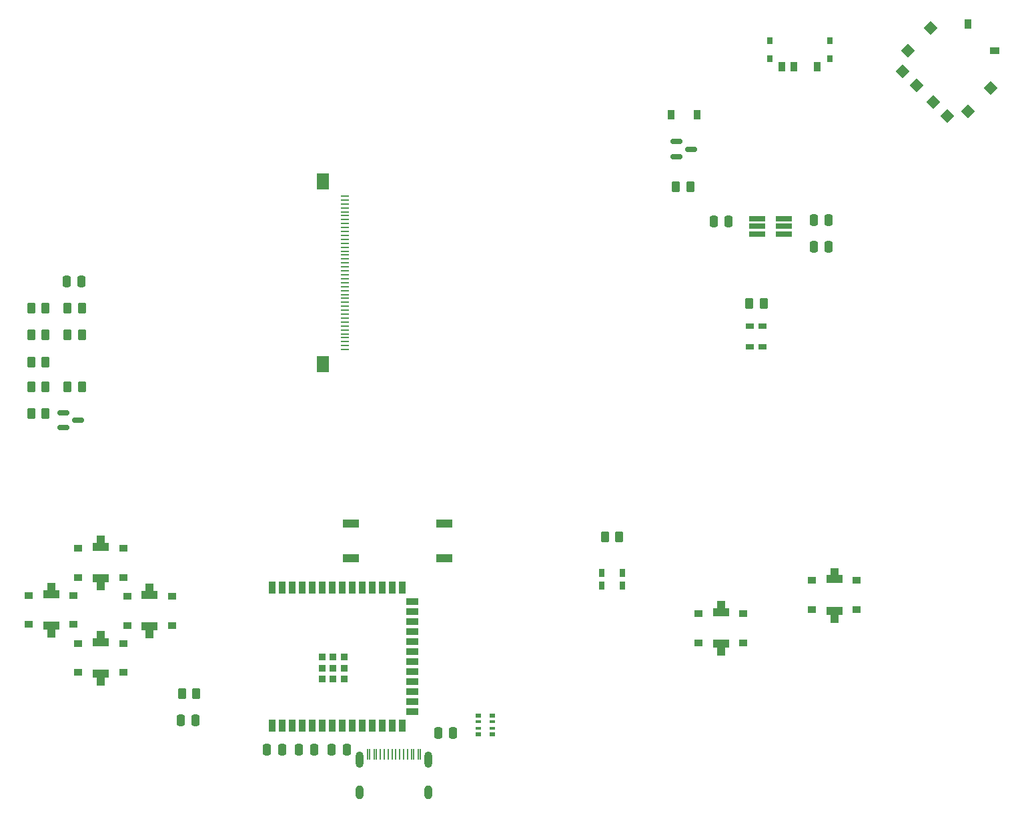
<source format=gbr>
%TF.GenerationSoftware,KiCad,Pcbnew,(6.0.11)*%
%TF.CreationDate,2023-04-07T14:31:01-05:00*%
%TF.ProjectId,GamePip-Back,47616d65-5069-4702-9d42-61636b2e6b69,rev?*%
%TF.SameCoordinates,Original*%
%TF.FileFunction,Paste,Top*%
%TF.FilePolarity,Positive*%
%FSLAX46Y46*%
G04 Gerber Fmt 4.6, Leading zero omitted, Abs format (unit mm)*
G04 Created by KiCad (PCBNEW (6.0.11)) date 2023-04-07 14:31:01*
%MOMM*%
%LPD*%
G01*
G04 APERTURE LIST*
G04 Aperture macros list*
%AMRoundRect*
0 Rectangle with rounded corners*
0 $1 Rounding radius*
0 $2 $3 $4 $5 $6 $7 $8 $9 X,Y pos of 4 corners*
0 Add a 4 corners polygon primitive as box body*
4,1,4,$2,$3,$4,$5,$6,$7,$8,$9,$2,$3,0*
0 Add four circle primitives for the rounded corners*
1,1,$1+$1,$2,$3*
1,1,$1+$1,$4,$5*
1,1,$1+$1,$6,$7*
1,1,$1+$1,$8,$9*
0 Add four rect primitives between the rounded corners*
20,1,$1+$1,$2,$3,$4,$5,0*
20,1,$1+$1,$4,$5,$6,$7,0*
20,1,$1+$1,$6,$7,$8,$9,0*
20,1,$1+$1,$8,$9,$2,$3,0*%
%AMRotRect*
0 Rectangle, with rotation*
0 The origin of the aperture is its center*
0 $1 length*
0 $2 width*
0 $3 Rotation angle, in degrees counterclockwise*
0 Add horizontal line*
21,1,$1,$2,0,0,$3*%
G04 Aperture macros list end*
%ADD10R,2.000000X1.000000*%
%ADD11R,1.000000X1.000000*%
%ADD12R,1.100000X0.900000*%
%ADD13R,0.900000X1.500000*%
%ADD14R,1.500000X0.900000*%
%ADD15R,0.900000X0.900000*%
%ADD16R,2.000000X0.650000*%
%ADD17R,0.900000X1.250000*%
%ADD18R,0.800000X0.900000*%
%ADD19RotRect,1.300000X1.200000X315.000000*%
%ADD20RotRect,1.200000X1.300000X315.000000*%
%ADD21R,1.200000X0.850000*%
%ADD22R,0.850000X1.200000*%
%ADD23R,0.800000X0.500000*%
%ADD24R,0.800000X0.400000*%
%ADD25RoundRect,0.250000X0.262500X0.450000X-0.262500X0.450000X-0.262500X-0.450000X0.262500X-0.450000X0*%
%ADD26RoundRect,0.250000X-0.262500X-0.450000X0.262500X-0.450000X0.262500X0.450000X-0.262500X0.450000X0*%
%ADD27RoundRect,0.150000X-0.587500X-0.150000X0.587500X-0.150000X0.587500X0.150000X-0.587500X0.150000X0*%
%ADD28R,0.250000X1.400000*%
%ADD29O,1.000000X2.100000*%
%ADD30O,1.000000X1.800000*%
%ADD31R,1.100000X0.250000*%
%ADD32R,1.600000X2.000000*%
%ADD33R,1.100000X0.700000*%
%ADD34R,0.700000X1.100000*%
%ADD35R,0.900000X1.200000*%
%ADD36RoundRect,0.250000X0.250000X0.475000X-0.250000X0.475000X-0.250000X-0.475000X0.250000X-0.475000X0*%
%ADD37RoundRect,0.250000X-0.250000X-0.475000X0.250000X-0.475000X0.250000X0.475000X-0.250000X0.475000X0*%
G04 APERTURE END LIST*
D10*
%TO.C,SW7*%
X126900000Y-118100000D03*
X126900000Y-122500000D03*
X138800000Y-122500000D03*
X138800000Y-118100000D03*
%TD*%
%TO.C,SW5*%
X101400000Y-131200000D03*
X101400000Y-127200000D03*
D11*
X101400000Y-126300000D03*
D12*
X104250000Y-127350000D03*
X98550000Y-127350000D03*
X98550000Y-131050000D03*
X104250000Y-131050000D03*
D11*
X101400000Y-132200000D03*
%TD*%
D10*
%TO.C,SW6*%
X188300000Y-129200000D03*
X188300000Y-125200000D03*
D11*
X188300000Y-124300000D03*
D12*
X191150000Y-125350000D03*
X185450000Y-125350000D03*
X185450000Y-129050000D03*
X191150000Y-129050000D03*
D11*
X188300000Y-130200000D03*
%TD*%
D10*
%TO.C,SW4*%
X173900000Y-133400000D03*
X173900000Y-129400000D03*
D11*
X173900000Y-128500000D03*
D12*
X176750000Y-129550000D03*
X171050000Y-129550000D03*
X171050000Y-133250000D03*
X176750000Y-133250000D03*
D11*
X173900000Y-134400000D03*
%TD*%
D10*
%TO.C,SW3*%
X88900000Y-131100000D03*
X88900000Y-127100000D03*
D11*
X88900000Y-126200000D03*
D12*
X91750000Y-127250000D03*
X86050000Y-127250000D03*
X86050000Y-130950000D03*
X91750000Y-130950000D03*
D11*
X88900000Y-132100000D03*
%TD*%
D10*
%TO.C,SW2*%
X95200000Y-137200000D03*
X95200000Y-133200000D03*
D11*
X95200000Y-132300000D03*
D12*
X98050000Y-133350000D03*
X92350000Y-133350000D03*
X92350000Y-137050000D03*
X98050000Y-137050000D03*
D11*
X95200000Y-138200000D03*
%TD*%
D10*
%TO.C,SW1*%
X95200000Y-125100000D03*
X95200000Y-121100000D03*
D11*
X95200000Y-120200000D03*
D12*
X98050000Y-121250000D03*
X92350000Y-121250000D03*
X92350000Y-124950000D03*
X98050000Y-124950000D03*
D11*
X95200000Y-126100000D03*
%TD*%
D13*
%TO.C,U2*%
X133450000Y-143750000D03*
X132180000Y-143750000D03*
X130910000Y-143750000D03*
X129640000Y-143750000D03*
X128370000Y-143750000D03*
X127100000Y-143750000D03*
X125830000Y-143750000D03*
X124560000Y-143750000D03*
X123290000Y-143750000D03*
X122020000Y-143750000D03*
X120750000Y-143750000D03*
X119480000Y-143750000D03*
X118210000Y-143750000D03*
X116940000Y-143750000D03*
D14*
X134700000Y-141985000D03*
X134700000Y-140715000D03*
X134700000Y-139445000D03*
X134700000Y-138175000D03*
X134700000Y-136905000D03*
X134700000Y-135635000D03*
X134700000Y-134365000D03*
X134700000Y-133095000D03*
X134700000Y-131825000D03*
X134700000Y-130555000D03*
D13*
X133450000Y-126250000D03*
X132180000Y-126250000D03*
X130910000Y-126250000D03*
X129640000Y-126250000D03*
X128370000Y-126250000D03*
X127100000Y-126250000D03*
X125830000Y-126250000D03*
X124560000Y-126250000D03*
X123290000Y-126250000D03*
X122020000Y-126250000D03*
X120750000Y-126250000D03*
X119480000Y-126250000D03*
X118210000Y-126250000D03*
X116940000Y-126250000D03*
D15*
X124660000Y-136500000D03*
D14*
X134700000Y-129285000D03*
X134700000Y-128015000D03*
D15*
X124660000Y-135100000D03*
X123260000Y-135100000D03*
X123260000Y-136500000D03*
X123260000Y-137900000D03*
X124660000Y-137900000D03*
X126060000Y-137900000D03*
X126060000Y-136500000D03*
X126060000Y-135100000D03*
%TD*%
D16*
%TO.C,U1*%
X178490000Y-79450000D03*
X178490000Y-80400000D03*
X178490000Y-81350000D03*
X181910000Y-81350000D03*
X181910000Y-80400000D03*
X181910000Y-79450000D03*
%TD*%
D17*
%TO.C,SW10*%
X181650000Y-60125000D03*
X183150000Y-60125000D03*
X186150000Y-60125000D03*
D18*
X180100000Y-59150000D03*
X180100000Y-56850000D03*
X187700000Y-56850000D03*
X187710000Y-59150000D03*
%TD*%
D19*
%TO.C,SW9*%
X198777596Y-62536439D03*
X200863561Y-64622404D03*
X202649006Y-66407848D03*
X196992152Y-60750994D03*
D20*
X208164439Y-62872314D03*
X205265301Y-65771452D03*
D21*
X208665301Y-58134699D03*
D20*
X200527686Y-55235561D03*
X197628548Y-58134699D03*
D22*
X205265301Y-54734699D03*
%TD*%
D23*
%TO.C,RN1*%
X144900000Y-144900000D03*
D24*
X144900000Y-144100000D03*
X144900000Y-143300000D03*
D23*
X144900000Y-142500000D03*
X143100000Y-142500000D03*
D24*
X143100000Y-143300000D03*
X143100000Y-144100000D03*
D23*
X143100000Y-144900000D03*
%TD*%
D25*
%TO.C,R12*%
X179325000Y-90200000D03*
X177500000Y-90200000D03*
%TD*%
D26*
%TO.C,R11*%
X159187500Y-119800000D03*
X161012500Y-119800000D03*
%TD*%
D25*
%TO.C,R10*%
X107312500Y-139700000D03*
X105487500Y-139700000D03*
%TD*%
D26*
%TO.C,R9*%
X86375000Y-104200000D03*
X88200000Y-104200000D03*
%TD*%
%TO.C,R8*%
X86375000Y-100800000D03*
X88200000Y-100800000D03*
%TD*%
D25*
%TO.C,R7*%
X92800000Y-100800000D03*
X90975000Y-100800000D03*
%TD*%
D26*
%TO.C,R6*%
X90975000Y-94200000D03*
X92800000Y-94200000D03*
%TD*%
D25*
%TO.C,R5*%
X92800000Y-90800000D03*
X90975000Y-90800000D03*
%TD*%
D26*
%TO.C,R4*%
X168175000Y-75400000D03*
X170000000Y-75400000D03*
%TD*%
%TO.C,R3*%
X86375000Y-97600000D03*
X88200000Y-97600000D03*
%TD*%
%TO.C,R2*%
X86375000Y-94200000D03*
X88200000Y-94200000D03*
%TD*%
%TO.C,R1*%
X88200000Y-90800000D03*
X86375000Y-90800000D03*
%TD*%
D27*
%TO.C,Q2*%
X90462500Y-104050000D03*
X90462500Y-105950000D03*
X92337500Y-105000000D03*
%TD*%
%TO.C,Q1*%
X168262500Y-69650000D03*
X168262500Y-71550000D03*
X170137500Y-70600000D03*
%TD*%
D28*
%TO.C,J2*%
X129075000Y-147412500D03*
X129875000Y-147412500D03*
X131150000Y-147412500D03*
X132150000Y-147412500D03*
X132650000Y-147412500D03*
X130650000Y-147412500D03*
X134925000Y-147412500D03*
X135725000Y-147412500D03*
X135475000Y-147412500D03*
X134675000Y-147412500D03*
X134150000Y-147412500D03*
X133150000Y-147412500D03*
X131650000Y-147412500D03*
X133650000Y-147412500D03*
X130125000Y-147412500D03*
X129325000Y-147412500D03*
D29*
X136720000Y-148112500D03*
D30*
X128080000Y-152262500D03*
D29*
X128080000Y-148112500D03*
D30*
X136720000Y-152262500D03*
%TD*%
D31*
%TO.C,J1*%
X126150000Y-96050000D03*
X126150000Y-95550000D03*
X126150000Y-95050000D03*
X126150000Y-94550000D03*
X126150000Y-94050000D03*
X126150000Y-93550000D03*
X126150000Y-93050000D03*
X126150000Y-92550000D03*
X126150000Y-92050000D03*
X126150000Y-91550000D03*
X126150000Y-91050000D03*
X126150000Y-90550000D03*
X126150000Y-90050000D03*
X126150000Y-89550000D03*
X126150000Y-89050000D03*
X126150000Y-88550000D03*
X126150000Y-88050000D03*
X126150000Y-87550000D03*
X126150000Y-87050000D03*
X126150000Y-86550000D03*
X126150000Y-86050000D03*
X126150000Y-85550000D03*
X126150000Y-85050000D03*
X126150000Y-84550000D03*
X126150000Y-84050000D03*
X126150000Y-83550000D03*
X126150000Y-83050000D03*
X126150000Y-82550000D03*
X126150000Y-82050000D03*
X126150000Y-81550000D03*
X126150000Y-81050000D03*
X126150000Y-80550000D03*
X126150000Y-80050000D03*
X126150000Y-79550000D03*
X126150000Y-79050000D03*
X126150000Y-78550000D03*
X126150000Y-78050000D03*
X126150000Y-77550000D03*
X126150000Y-77050000D03*
X126150000Y-76550000D03*
D32*
X123370000Y-74725000D03*
X123370000Y-97875000D03*
%TD*%
D33*
%TO.C,D3*%
X179200000Y-95700000D03*
X179200000Y-93100000D03*
X177600000Y-95700000D03*
X177600000Y-93100000D03*
%TD*%
D34*
%TO.C,D2*%
X158805000Y-125970000D03*
X161405000Y-125970000D03*
X158805000Y-124370000D03*
X161405000Y-124370000D03*
%TD*%
D35*
%TO.C,D1*%
X170850000Y-66200000D03*
X167550000Y-66200000D03*
%TD*%
D36*
%TO.C,C9*%
X107250000Y-143100000D03*
X105350000Y-143100000D03*
%TD*%
%TO.C,C8*%
X118200000Y-146800000D03*
X116300000Y-146800000D03*
%TD*%
D37*
%TO.C,C7*%
X120350000Y-146800000D03*
X122250000Y-146800000D03*
%TD*%
%TO.C,C6*%
X138000000Y-144700000D03*
X139900000Y-144700000D03*
%TD*%
D36*
%TO.C,C5*%
X126400000Y-146800000D03*
X124500000Y-146800000D03*
%TD*%
%TO.C,C4*%
X174900000Y-79800000D03*
X173000000Y-79800000D03*
%TD*%
D37*
%TO.C,C3*%
X185700000Y-79600000D03*
X187600000Y-79600000D03*
%TD*%
%TO.C,C2*%
X187600000Y-83000000D03*
X185700000Y-83000000D03*
%TD*%
%TO.C,C1*%
X90850000Y-87400000D03*
X92750000Y-87400000D03*
%TD*%
M02*

</source>
